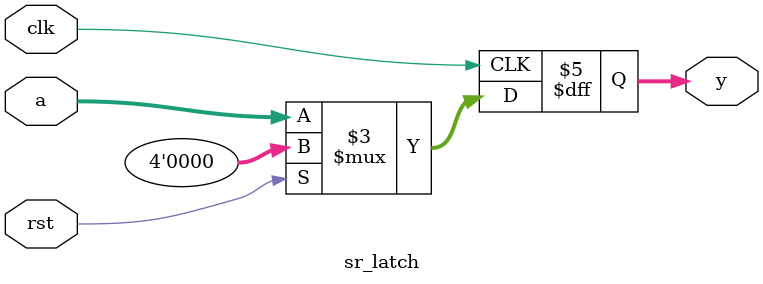
<source format=v>
/* 
 * Corevexis Semiconductor 
 * Example 71: SR LATCH 
 */

module sr_latch (
    input clk,
    input rst,
    input [3:0] a,
    output reg [3:0] y
);

always @(posedge clk) begin
    if(rst) y <= 4'b0;
    else y <= a; 
end

endmodule
</source>
